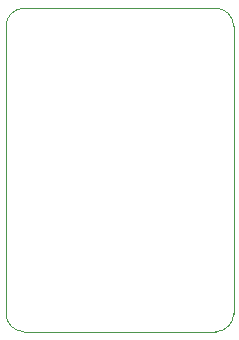
<source format=gbr>
G04 #@! TF.GenerationSoftware,KiCad,Pcbnew,(5.1.5-0-10_14)*
G04 #@! TF.CreationDate,2020-11-20T21:32:41+01:00*
G04 #@! TF.ProjectId,3pdt-minimal,33706474-2d6d-4696-9e69-6d616c2e6b69,rev?*
G04 #@! TF.SameCoordinates,Original*
G04 #@! TF.FileFunction,Profile,NP*
%FSLAX46Y46*%
G04 Gerber Fmt 4.6, Leading zero omitted, Abs format (unit mm)*
G04 Created by KiCad (PCBNEW (5.1.5-0-10_14)) date 2020-11-20 21:32:41*
%MOMM*%
%LPD*%
G04 APERTURE LIST*
%ADD10C,0.050000*%
G04 APERTURE END LIST*
D10*
X123936000Y-46768000D02*
X123936000Y-48768000D01*
X121412000Y-45244000D02*
X122412000Y-45244000D01*
X106188000Y-45244000D02*
X107188000Y-45244000D01*
X104664000Y-48768000D02*
X104664000Y-46768000D01*
X104664000Y-71104000D02*
X104664000Y-70104000D01*
X106188000Y-72628000D02*
X107188000Y-72628000D01*
X123936000Y-71104000D02*
X123936000Y-70104000D01*
X121412000Y-72628000D02*
X122412000Y-72628000D01*
X121412000Y-72628000D02*
X107188000Y-72628000D01*
X123936000Y-48768000D02*
X123936000Y-70104000D01*
X107188000Y-45244000D02*
X121412000Y-45244000D01*
X104664000Y-70104000D02*
X104664000Y-48768000D01*
X106188000Y-72628000D02*
G75*
G02X104664000Y-71104000I0J1524000D01*
G01*
X123936000Y-71104000D02*
G75*
G02X122412000Y-72628000I-1524000J0D01*
G01*
X122412000Y-45244000D02*
G75*
G02X123936000Y-46768000I0J-1524000D01*
G01*
X104664000Y-46768000D02*
G75*
G02X106188000Y-45244000I1524000J0D01*
G01*
M02*

</source>
